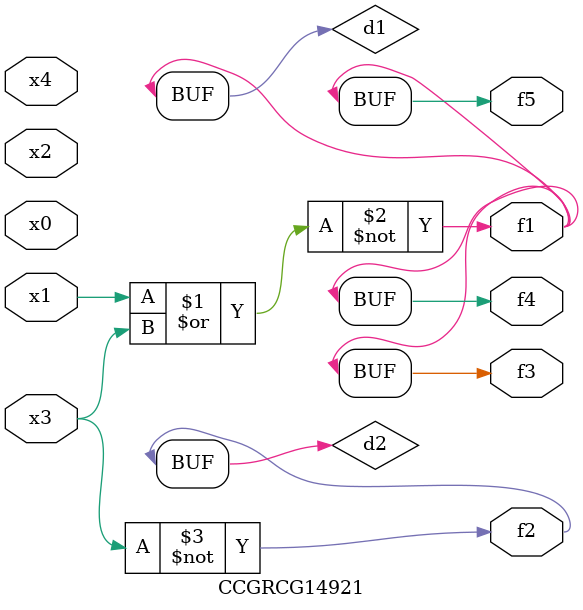
<source format=v>
module CCGRCG14921(
	input x0, x1, x2, x3, x4,
	output f1, f2, f3, f4, f5
);

	wire d1, d2;

	nor (d1, x1, x3);
	not (d2, x3);
	assign f1 = d1;
	assign f2 = d2;
	assign f3 = d1;
	assign f4 = d1;
	assign f5 = d1;
endmodule

</source>
